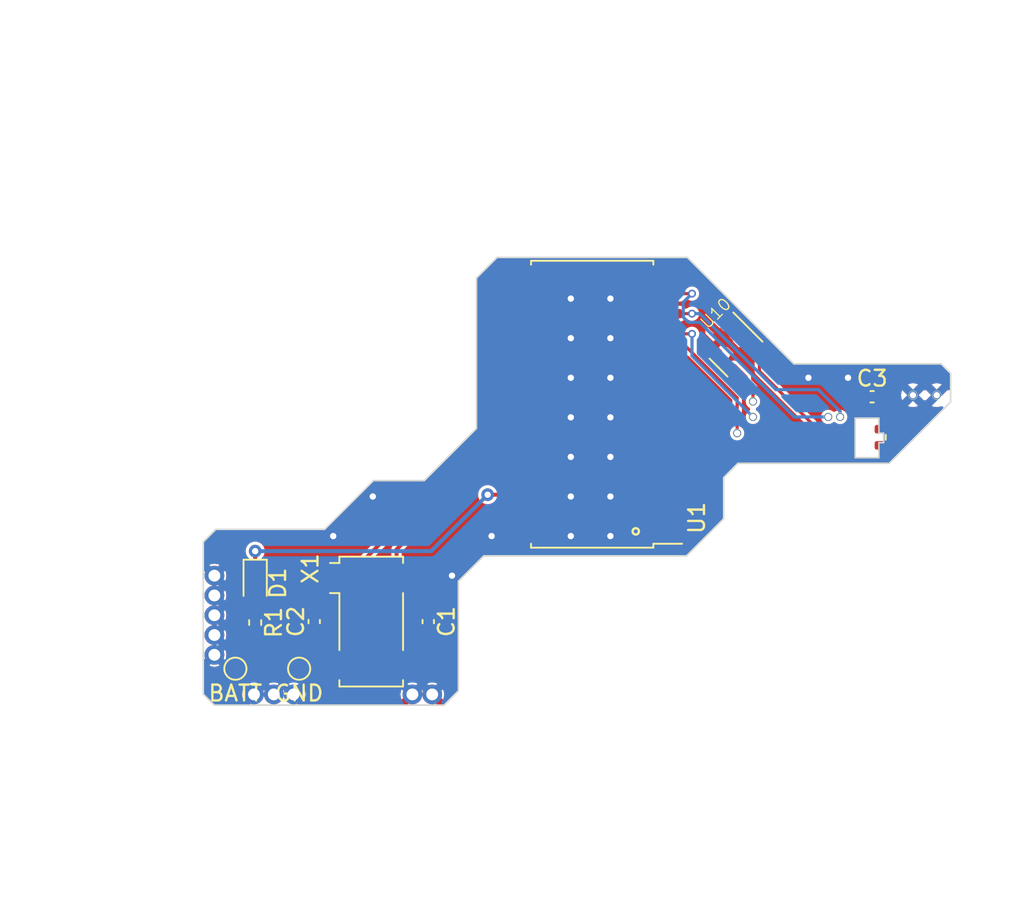
<source format=kicad_pcb>
(kicad_pcb (version 20240108) (generator "pcbnew") (generator_version "8.0")
  (layers (0 "F.Cu" signal) (31 "B.Cu" signal) (34 "B.Paste" user) (35 "F.Paste" user) (36 "B.SilkS" user "B.Silkscreen") (37 "F.SilkS" user "F.Silkscreen") (38 "B.Mask" user) (39 "F.Mask" user) (44 "Edge.Cuts" user))
  (net 0 "")
  (net 1 "GND")
  (net 2 "Net-(U1-X_1)")
  (net 3 "Net-(U1-X_2)")
  (net 4 "Net-(D1-K)")
  (net 5 "Net-(D1-A)")
  (net 6 "Net-(R1-Pad2)")
  (net 7 "/DATA0")
  (net 8 "/DATA1")
  (net 9 "/DATA2")
  (net 10 "/DATA3")
  (net 11 "+3.3V")
  (net 13 "Net-(U10-RST)")
  (footprint "Wii:TestPoint_THTPad_D0.5mm_Drill0.35mm" (layer "F.Cu") (at 95 102.5)
    (property "Reference" "REF**" (hide yes))
    (property "Value" "TestPoint_THTPad_D0.5mm_Drill0.35mm" (hide yes))
    (fp_circle (center 0 0) (end 0.275 0) (stroke (width 0.025)) (fill none) (layer "F.SilkS"))
    (pad "1" thru_hole circle (at 0 0) (size 0.5 0.5) (drill 0.4) (layers "*.Cu" "*.Mask") (net 1 "GND"))
  )
  (footprint "TestPoint:TestPoint_Pad_D1.0mm" (layer "F.Cu") (at 95.35 100.875)
    (property "Reference" "TP2")
    (property "Value" "GND" (at 0 1.55 0) (layer "F.SilkS"))
    (fp_circle (center 0 0) (end 0 0.7) (stroke (width 0.12)) (fill none) (layer "F.SilkS"))
    (pad "1" smd circle (at 0 0) (size 1 1) (layers "F.Cu" "F.Mask") (net 1 "GND"))
  )
  (footprint "Package_SO:SOIC-28W_7.5x17.9mm_P1.27mm" (layer "F.Cu") (at 113.85 84.17 180)
    (property "Reference" "U1" (at -6.6 -7.18 -90) (layer "F.SilkS"))
    (property "Value" "Wii-MX")
    (fp_line (start 3.86 9.06) (end 3.86 8.815) (stroke (width 0.12)) (layer "F.SilkS"))
    (fp_line (start 3.86 -9.06) (end 3.86 -8.815) (stroke (width 0.12)) (layer "F.SilkS"))
    (fp_line (start 0 9.06) (end 3.86 9.06) (stroke (width 0.12)) (layer "F.SilkS"))
    (fp_line (start 0 9.06) (end -3.86 9.06) (stroke (width 0.12)) (layer "F.SilkS"))
    (fp_line (start 0 -9.06) (end 3.86 -9.06) (stroke (width 0.12)) (layer "F.SilkS"))
    (fp_line (start 0 -9.06) (end -3.86 -9.06) (stroke (width 0.12)) (layer "F.SilkS"))
    (fp_line (start -3.86 9.06) (end -3.86 8.815) (stroke (width 0.12)) (layer "F.SilkS"))
    (fp_line (start -3.86 -8.815) (end -5.675 -8.815) (stroke (width 0.12)) (layer "F.SilkS"))
    (fp_line (start -3.86 -9.06) (end -3.86 -8.815) (stroke (width 0.12)) (layer "F.SilkS"))
    (pad "1" smd roundrect (at -4.65 -8.255 180) (size 2.05 0.6) (layers "F.Cu" "F.Paste" "F.Mask"))
    (pad "2" smd roundrect (at -4.65 -6.985 180) (size 2.05 0.6) (layers "F.Cu" "F.Paste" "F.Mask"))
    (pad "3" smd roundrect (at -4.65 -5.715 180) (size 2.05 0.6) (layers "F.Cu" "F.Paste" "F.Mask"))
    (pad "4" smd roundrect (at -4.65 -4.445 180) (size 2.05 0.6) (layers "F.Cu" "F.Paste" "F.Mask") (net 1 "GND"))
    (pad "5" smd roundrect (at -4.65 -3.175 180) (size 2.05 0.6) (layers "F.Cu" "F.Paste" "F.Mask"))
    (pad "6" smd roundrect (at -4.65 -1.905 180) (size 2.05 0.6) (layers "F.Cu" "F.Paste" "F.Mask"))
    (pad "7" smd roundrect (at -4.65 -0.635 180) (size 2.05 0.6) (layers "F.Cu" "F.Paste" "F.Mask"))
    (pad "8" smd roundrect (at -4.65 0.635 180) (size 2.05 0.6) (layers "F.Cu" "F.Paste" "F.Mask"))
    (pad "9" smd roundrect (at -4.65 1.905 180) (size 2.05 0.6) (layers "F.Cu" "F.Paste" "F.Mask"))
    (pad "10" smd roundrect (at -4.65 3.175 180) (size 2.05 0.6) (layers "F.Cu" "F.Paste" "F.Mask"))
    (pad "11" smd roundrect (at -4.65 4.445 180) (size 2.05 0.6) (layers "F.Cu" "F.Paste" "F.Mask") (net 7 "/DATA0"))
    (pad "12" smd roundrect (at -4.65 5.715 180) (size 2.05 0.6) (layers "F.Cu" "F.Paste" "F.Mask") (net 8 "/DATA1"))
    (pad "13" smd roundrect (at -4.65 6.985 180) (size 2.05 0.6) (layers "F.Cu" "F.Paste" "F.Mask") (net 9 "/DATA2"))
    (pad "14" smd roundrect (at -4.65 8.255 180) (size 2.05 0.6) (layers "F.Cu" "F.Paste" "F.Mask") (net 10 "/DATA3"))
    (pad "15" smd roundrect (at 4.65 8.255 180) (size 2.05 0.6) (layers "F.Cu" "F.Paste" "F.Mask"))
    (pad "16" smd roundrect (at 4.65 6.985 180) (size 2.05 0.6) (layers "F.Cu" "F.Paste" "F.Mask") (net 1 "GND"))
    (pad "17" smd roundrect (at 4.65 5.715 180) (size 2.05 0.6) (layers "F.Cu" "F.Paste" "F.Mask") (net 11 "+3.3V"))
    (pad "18" smd roundrect (at 4.65 4.445 180) (size 2.05 0.6) (layers "F.Cu" "F.Paste" "F.Mask"))
    (pad "19" smd roundrect (at 4.65 3.175 180) (size 2.05 0.6) (layers "F.Cu" "F.Paste" "F.Mask"))
    (pad "20" smd roundrect (at 4.65 1.905 180) (size 2.05 0.6) (layers "F.Cu" "F.Paste" "F.Mask"))
    (pad "21" smd roundrect (at 4.65 0.635 180) (size 2.05 0.6) (layers "F.Cu" "F.Paste" "F.Mask"))
    (pad "22" smd roundrect (at 4.65 -0.635 180) (size 2.05 0.6) (layers "F.Cu" "F.Paste" "F.Mask") (net 3 "Net-(U1-X_2)"))
    (pad "23" smd roundrect (at 4.65 -1.905 180) (size 2.05 0.6) (layers "F.Cu" "F.Paste" "F.Mask") (net 2 "Net-(U1-X_1)"))
    (pad "24" smd roundrect (at 4.65 -3.175 180) (size 2.05 0.6) (layers "F.Cu" "F.Paste" "F.Mask") (net 11 "+3.3V"))
    (pad "25" smd roundrect (at 4.65 -4.445 180) (size 2.05 0.6) (layers "F.Cu" "F.Paste" "F.Mask") (net 11 "+3.3V"))
    (pad "26" smd roundrect (at 4.65 -5.715 180) (size 2.05 0.6) (layers "F.Cu" "F.Paste" "F.Mask") (net 4 "Net-(D1-K)"))
    (pad "27" smd roundrect (at 4.65 -6.985 180) (size 2.05 0.6) (layers "F.Cu" "F.Paste" "F.Mask") (net 11 "+3.3V"))
    (pad "28" smd roundrect (at 4.65 -8.255 180) (size 2.05 0.6) (layers "F.Cu" "F.Paste" "F.Mask"))
  )
  (footprint "Wii:TestPoint_THTPad_D0.5mm_Drill0.35mm" (layer "F.Cu") (at 124 84.975)
    (property "Reference" "TP4" (hide yes))
    (property "Value" "TestPoint" (hide yes))
    (fp_circle (center 0 0) (end 0.275 0) (stroke (width 0.025)) (fill none) (layer "F.SilkS"))
    (pad "1" thru_hole circle (at 0 0) (size 0.5 0.5) (drill 0.4) (layers "*.Cu" "*.Mask") (net 7 "/DATA0"))
  )
  (footprint "Wii:TestPoint_THTPad_D0.5mm_Drill0.35mm" (layer "F.Cu") (at 90 98.75)
    (property "Reference" "REF**" (hide yes))
    (property "Value" "TestPoint_THTPad_D0.5mm_Drill0.35mm" (hide yes))
    (fp_circle (center 0 0) (end 0.275 0) (stroke (width 0.025)) (fill none) (layer "F.SilkS"))
    (pad "1" thru_hole circle (at 0 0) (size 0.5 0.5) (drill 0.4) (layers "*.Cu" "*.Mask") (net 1 "GND"))
  )
  (footprint "Wii:TestPoint_THTPad_D0.5mm_Drill0.35mm" (layer "F.Cu") (at 134.1 83.6)
    (property "Reference" "TP3" (hide yes))
    (property "Value" "GND" (hide yes))
    (fp_circle (center 0 0) (end 0.275 0) (stroke (width 0.025)) (fill none) (layer "F.SilkS"))
    (pad "1" thru_hole circle (at 0 0) (size 0.5 0.5) (drill 0.4) (layers "*.Cu" "*.Mask") (net 1 "GND"))
  )
  (footprint "Wii:TestPoint_THTPad_D0.5mm_Drill0.35mm" (layer "F.Cu") (at 124 84)
    (property "Reference" "TP11" (hide yes))
    (property "Value" "U10" (hide yes))
    (fp_circle (center 0 0) (end 0.275 0) (stroke (width 0.025)) (fill none) (layer "F.SilkS"))
    (pad "1" thru_hole circle (at 0 0) (size 0.5 0.5) (drill 0.4) (layers "*.Cu" "*.Mask") (net 13 "Net-(U10-RST)"))
  )
  (footprint "Wii:TestPoint_THTPad_D0.5mm_Drill0.35mm" (layer "F.Cu") (at 135.6 83.6)
    (property "Reference" "TP3" (hide yes))
    (property "Value" "GND" (hide yes))
    (fp_circle (center 0 0) (end 0.275 0) (stroke (width 0.025)) (fill none) (layer "F.SilkS"))
    (pad "1" thru_hole circle (at 0 0) (size 0.5 0.5) (drill 0.4) (layers "*.Cu" "*.Mask") (net 1 "GND"))
  )
  (footprint "Wii:TestPoint_THTPad_D0.5mm_Drill0.35mm" (layer "F.Cu") (at 90 97.5)
    (property "Reference" "REF**" (hide yes))
    (property "Value" "TestPoint_THTPad_D0.5mm_Drill0.35mm" (hide yes))
    (fp_circle (center 0 0) (end 0.275 0) (stroke (width 0.025)) (fill none) (layer "F.SilkS"))
    (pad "1" thru_hole circle (at 0 0) (size 0.5 0.5) (drill 0.4) (layers "*.Cu" "*.Mask") (net 1 "GND"))
  )
  (footprint "Wii:TestPoint_THTPad_D0.5mm_Drill0.35mm" (layer "F.Cu") (at 90 96.25)
    (property "Reference" "REF**" (hide yes))
    (property "Value" "TestPoint_THTPad_D0.5mm_Drill0.35mm" (hide yes))
    (fp_circle (center 0 0) (end 0.275 0) (stroke (width 0.025)) (fill none) (layer "F.SilkS"))
    (pad "1" thru_hole circle (at 0 0) (size 0.5 0.5) (drill 0.4) (layers "*.Cu" "*.Mask") (net 1 "GND"))
  )
  (footprint "Diode_SMD:D_0603_1608Metric" (layer "F.Cu") (at 92.575 95.475 -90)
    (property "Reference" "D1" (at 0 -1.43 90) (layer "F.SilkS"))
    (property "Value" "D_Small")
    (fp_line (start -1.485 0.735) (end 0.8 0.735) (stroke (width 0.12)) (layer "F.SilkS"))
    (fp_line (start -1.485 -0.735) (end -1.485 0.735) (stroke (width 0.12)) (layer "F.SilkS"))
    (fp_line (start 0.8 -0.735) (end -1.485 -0.735) (stroke (width 0.12)) (layer "F.SilkS"))
    (pad "1" smd roundrect (at -0.7875 0 270) (size 0.875 0.95) (layers "F.Cu" "F.Paste" "F.Mask") (net 4 "Net-(D1-K)"))
    (pad "2" smd roundrect (at 0.7875 0 270) (size 0.875 0.95) (layers "F.Cu" "F.Paste" "F.Mask") (net 5 "Net-(D1-A)"))
  )
  (footprint "Package_TO_SOT_SMD:SOT-23-5" (layer "F.Cu") (at 122.929334 80.754334 -45)
    (property "Reference" "U10" (at -2.551714 -0.742462 -135) (layer "F.SilkS") (effects (font (size 0.75 0.75) (thickness 0.08))))
    (property "Value" "~")
    (fp_line (start 0 1.560001) (end -0.8 1.56) (stroke (width 0.12)) (layer "F.SilkS"))
    (fp_line (start 0 1.560001) (end 0.8 1.56) (stroke (width 0.12)) (layer "F.SilkS"))
    (fp_line (start 0 -1.560001) (end -1.8 -1.56) (stroke (width 0.12)) (layer "F.SilkS"))
    (fp_line (start 0 -1.560001) (end 0.8 -1.56) (stroke (width 0.12)) (layer "F.SilkS"))
    (pad "1" smd roundrect (at -1.1375 -0.949999 315) (size 1.325 0.6) (layers "F.Cu" "F.Paste" "F.Mask") (net 1 "GND"))
    (pad "2" smd roundrect (at -1.1375 0 315) (size 1.325 0.6) (layers "F.Cu" "F.Paste" "F.Mask") (net 1 "GND"))
    (pad "3" smd roundrect (at -1.1375 0.949999 315) (size 1.325 0.6) (layers "F.Cu" "F.Paste" "F.Mask") (net 1 "GND"))
    (pad "4" smd roundrect (at 1.1375 0.949999 315) (size 1.325 0.6) (layers "F.Cu" "F.Paste" "F.Mask") (net 13 "Net-(U10-RST)"))
    (pad "5" smd roundrect (at 1.1375 -0.949999 315) (size 1.325 0.6) (layers "F.Cu" "F.Paste" "F.Mask") (net 11 "+3.3V"))
  )
  (footprint "Wii:TestPoint_THTPad_D0.5mm_Drill0.35mm" (layer "F.Cu") (at 92.5 102.5)
    (property "Reference" "REF**" (hide yes))
    (property "Value" "TestPoint_THTPad_D0.5mm_Drill0.35mm" (hide yes))
    (fp_circle (center 0 0) (end 0.275 0) (stroke (width 0.025)) (fill none) (layer "F.SilkS"))
    (pad "1" thru_hole circle (at 0 0) (size 0.5 0.5) (drill 0.4) (layers "*.Cu" "*.Mask") (net 1 "GND"))
  )
  (footprint "Capacitor_SMD:C_0402_1005Metric" (layer "F.Cu") (at 96.3 97.9 90)
    (property "Reference" "C2" (at 0 -1.16 -90) (layer "F.SilkS"))
    (property "Value" "5pF")
    (fp_line (start -0.107836 -0.36) (end 0.107836 -0.36) (stroke (width 0.12)) (layer "F.SilkS"))
    (fp_line (start -0.107836 0.36) (end 0.107836 0.36) (stroke (width 0.12)) (layer "F.SilkS"))
    (pad "1" smd roundrect (at -0.48 0 90) (size 0.56 0.62) (layers "F.Cu" "F.Paste" "F.Mask") (net 1 "GND"))
    (pad "2" smd roundrect (at 0.48 0 90) (size 0.56 0.62) (layers "F.Cu" "F.Paste" "F.Mask") (net 3 "Net-(U1-X_2)"))
  )
  (footprint "Wii:TestPoint_THTPad_D0.5mm_Drill0.35mm" (layer "F.Cu") (at 93.75 102.5)
    (property "Reference" "REF**" (hide yes))
    (property "Value" "TestPoint_THTPad_D0.5mm_Drill0.35mm" (hide yes))
    (fp_circle (center 0 0) (end 0.275 0) (stroke (width 0.025)) (fill none) (layer "F.SilkS"))
    (pad "1" thru_hole circle (at 0 0) (size 0.5 0.5) (drill 0.4) (layers "*.Cu" "*.Mask") (net 1 "GND"))
  )
  (footprint "Resistor_SMD:R_0402_1005Metric" (layer "F.Cu") (at 92.575 97.96 -90)
    (property "Reference" "R1" (at 0 -1.17 90) (layer "F.SilkS"))
    (property "Value" "1k")
    (fp_line (start -0.153641 0.38) (end 0.153641 0.38) (stroke (width 0.12)) (layer "F.SilkS"))
    (fp_line (start -0.153641 -0.38) (end 0.153641 -0.38) (stroke (width 0.12)) (layer "F.SilkS"))
    (pad "1" smd roundrect (at -0.51 0 270) (size 0.54 0.64) (layers "F.Cu" "F.Paste" "F.Mask") (net 5 "Net-(D1-A)"))
    (pad "2" smd roundrect (at 0.51 0 270) (size 0.54 0.64) (layers "F.Cu" "F.Paste" "F.Mask") (net 6 "Net-(R1-Pad2)"))
  )
  (footprint "Wii:TestPoint_THTPad_D0.5mm_Drill0.35mm" (layer "F.Cu") (at 103.75 102.5)
    (property "Reference" "REF**" (hide yes))
    (property "Value" "TestPoint_THTPad_D0.5mm_Drill0.35mm" (hide yes))
    (fp_circle (center 0 0) (end 0.275 0) (stroke (width 0.025)) (fill none) (layer "F.SilkS"))
    (pad "1" thru_hole circle (at 0 0) (size 0.5 0.5) (drill 0.4) (layers "*.Cu" "*.Mask") (net 1 "GND"))
  )
  (footprint "TestPoint:TestPoint_Pad_D1.0mm" (layer "F.Cu") (at 91.325 100.875)
    (property "Reference" "TP8")
    (property "Value" "BATT" (at 0 1.55 0) (layer "F.SilkS"))
    (fp_circle (center 0 0) (end 0 0.7) (stroke (width 0.12)) (fill none) (layer "F.SilkS"))
    (pad "1" smd circle (at 0 0) (size 1 1) (layers "F.Cu" "F.Mask") (net 6 "Net-(R1-Pad2)"))
  )
  (footprint "Wii:TestPoint_THTPad_D0.5mm_Drill0.35mm" (layer "F.Cu") (at 128.75 84.975)
    (property "Reference" "TP6" (hide yes))
    (property "Value" "TestPoint" (hide yes))
    (fp_circle (center 0 0) (end 0.275 0) (stroke (width 0.025)) (fill none) (layer "F.SilkS"))
    (pad "1" thru_hole circle (at 0 0) (size 0.5 0.5) (drill 0.4) (layers "*.Cu" "*.Mask") (net 9 "/DATA2"))
  )
  (footprint "Wii:TestPoint_THTPad_D0.5mm_Drill0.35mm" (layer "F.Cu") (at 90 100)
    (property "Reference" "REF**" (hide yes))
    (property "Value" "TestPoint_THTPad_D0.5mm_Drill0.35mm" (hide yes))
    (fp_circle (center 0 0) (end 0.275 0) (stroke (width 0.025)) (fill none) (layer "F.SilkS"))
    (pad "1" thru_hole circle (at 0 0) (size 0.5 0.5) (drill 0.4) (layers "*.Cu" "*.Mask") (net 1 "GND"))
  )
  (footprint "Resistor_SMD:R_0402_1005Metric" (layer "F.Cu") (at 132 86.26 90)
    (property "Reference" "TP10" (hide yes))
    (property "Value" "TestPoint_2Pole" (hide yes))
    (fp_line (start -0.153641 0.38) (end 0.153641 0.38) (stroke (width 0.12)) (layer "F.SilkS"))
    (pad "1" smd roundrect (at -0.51 0 90) (size 0.54 0.64) (layers "F.Cu" "F.Paste" "F.Mask") (net 11 "+3.3V"))
    (pad "2" smd roundrect (at 0.51 0 90) (size 0.54 0.64) (layers "F.Cu" "F.Paste" "F.Mask") (net 11 "+3.3V"))
  )
  (footprint "Wii:TestPoint_THTPad_D0.5mm_Drill0.35mm" (layer "F.Cu") (at 123 86)
    (property "Reference" "TP7" (hide yes))
    (property "Value" "TestPoint" (hide yes))
    (fp_circle (center 0 0) (end 0.275 0) (stroke (width 0.025)) (fill none) (layer "F.SilkS"))
    (pad "1" thru_hole circle (at 0 0) (size 0.5 0.5) (drill 0.4) (layers "*.Cu" "*.Mask") (net 10 "/DATA3"))
  )
  (footprint "Capacitor_SMD:C_0402_1005Metric" (layer "F.Cu") (at 131.52 83.7)
    (property "Reference" "C3" (at 0 -1.16 0) (layer "F.SilkS"))
    (property "Value" "100nF")
    (fp_line (start -0.107836 -0.36) (end 0.107836 -0.36) (stroke (width 0.12)) (layer "F.SilkS"))
    (fp_line (start -0.107836 0.36) (end 0.107836 0.36) (stroke (width 0.12)) (layer "F.SilkS"))
    (pad "1" smd roundrect (at -0.48 0) (size 0.56 0.62) (layers "F.Cu" "F.Paste" "F.Mask") (net 1 "GND"))
    (pad "2" smd roundrect (at 0.48 0) (size 0.56 0.62) (layers "F.Cu" "F.Paste" "F.Mask") (net 11 "+3.3V"))
  )
  (footprint "Wii:TestPoint_THTPad_D0.5mm_Drill0.35mm" (layer "F.Cu") (at 129.5 84.975)
    (property "Reference" "TP5" (hide yes))
    (property "Value" "TestPoint" (hide yes))
    (fp_circle (center 0 0) (end 0.275 0) (stroke (width 0.025)) (fill none) (layer "F.SilkS"))
    (pad "1" thru_hole circle (at 0 0) (size 0.5 0.5) (drill 0.4) (layers "*.Cu" "*.Mask") (net 8 "/DATA1"))
  )
  (footprint "Capacitor_SMD:C_0402_1005Metric" (layer "F.Cu") (at 103.5 97.9 90)
    (property "Reference" "C1" (at 0 1.15 -90) (layer "F.SilkS"))
    (property "Value" "5pF")
    (fp_line (start -0.107836 -0.36) (end 0.107836 -0.36) (stroke (width 0.12)) (layer "F.SilkS"))
    (fp_line (start -0.107836 0.36) (end 0.107836 0.36) (stroke (width 0.12)) (layer "F.SilkS"))
    (pad "1" smd roundrect (at -0.48 0 90) (size 0.56 0.62) (layers "F.Cu" "F.Paste" "F.Mask") (net 1 "GND"))
    (pad "2" smd roundrect (at 0.48 0 90) (size 0.56 0.62) (layers "F.Cu" "F.Paste" "F.Mask") (net 2 "Net-(U1-X_1)"))
  )
  (footprint "Crystal:Crystal_SMD_Abracon_ABS25-4Pin_8.0x3.8mm" (layer "F.Cu") (at 99.9 97.9)
    (property "Reference" "X1" (at -3.85 -3.35 90) (layer "F.SilkS"))
    (property "Value" "32.768kHz")
    (fp_line (start -2.6 -3.7) (end -2.01 -3.7) (stroke (width 0.12)) (layer "F.SilkS"))
    (fp_line (start -2.01 -4.1) (end -2.01 -3.7) (stroke (width 0.12)) (layer "F.SilkS"))
    (fp_line (start -2.01 -1.8) (end -2.6 -1.8) (stroke (width 0.12)) (layer "F.SilkS"))
    (fp_line (start -2.01 -1.8) (end -2.01 1.8) (stroke (width 0.12)) (layer "F.SilkS"))
    (fp_line (start -2.01 4.1) (end -2.01 3.7) (stroke (width 0.12)) (layer "F.SilkS"))
    (fp_line (start 2.01 -4.1) (end -2.01 -4.1) (stroke (width 0.12)) (layer "F.SilkS"))
    (fp_line (start 2.01 -4.1) (end 2.01 -3.7) (stroke (width 0.12)) (layer "F.SilkS"))
    (fp_line (start 2.01 -1.8) (end 2.01 1.8) (stroke (width 0.12)) (layer "F.SilkS"))
    (fp_line (start 2.01 4.1) (end -2.01 4.1) (stroke (width 0.12)) (layer "F.SilkS"))
    (fp_line (start 2.01 4.1) (end 2.01 3.7) (stroke (width 0.12)) (layer "F.SilkS"))
    (pad "1" smd rect (at -1.6 -2.75 270) (size 1.3 1.9) (layers "F.Cu" "F.Paste" "F.Mask") (net 3 "Net-(U1-X_2)"))
    (pad "2" smd rect (at -1.6 2.75 270) (size 1.3 1.9) (layers "F.Cu" "F.Paste" "F.Mask") (net 1 "GND"))
    (pad "3" smd rect (at 1.6 2.75 270) (size 1.3 1.9) (layers "F.Cu" "F.Paste" "F.Mask") (net 1 "GND"))
    (pad "4" smd rect (at 1.6 -2.75 270) (size 1.3 1.9) (layers "F.Cu" "F.Paste" "F.Mask") (net 2 "Net-(U1-X_1)"))
  )
  (footprint "Wii:TestPoint_THTPad_D0.5mm_Drill0.35mm" (layer "F.Cu") (at 102.5 102.5)
    (property "Reference" "REF**" (hide yes))
    (property "Value" "TestPoint_THTPad_D0.5mm_Drill0.35mm" (hide yes))
    (fp_circle (center 0 0) (end 0.275 0) (stroke (width 0.025)) (fill none) (layer "F.SilkS"))
    (pad "1" thru_hole circle (at 0 0) (size 0.5 0.5) (drill 0.4) (layers "*.Cu" "*.Mask") (net 1 "GND"))
  )
  (footprint "Wii:TestPoint_THTPad_D0.5mm_Drill0.35mm" (layer "F.Cu") (at 90 95)
    (property "Reference" "REF**" (hide yes))
    (property "Value" "TestPoint_THTPad_D0.5mm_Drill0.35mm" (hide yes))
    (fp_circle (center 0 0) (end 0.275 0) (stroke (width 0.025)) (fill none) (layer "F.SilkS"))
    (pad "1" thru_hole circle (at 0 0) (size 0.5 0.5) (drill 0.4) (layers "*.Cu" "*.Mask") (net 1 "GND"))
  )
  (gr_circle (center 116.6 92.2) (end 116.8 92.2) (stroke (width 0.15)) (fill none) (layer "F.SilkS"))
  (gr_line (start 122.15 88.8) (end 122.15 91.4) (stroke (width 0.1)) (layer "Edge.Cuts"))
  (gr_line (start 132.25 86) (end 131.95 86) (stroke (width 0.1)) (layer "Edge.Cuts"))
  (gr_line (start 119.85 74.9) (end 107.85 74.9) (stroke (width 0.1)) (layer "Edge.Cuts"))
  (gr_line (start 106.55 85.7) (end 103.25 89) (stroke (width 0.1)) (layer "Edge.Cuts"))
  (gr_line (start 131.95 87.55) (end 130.45 87.55) (stroke (width 0.1)) (layer "Edge.Cuts"))
  (gr_line (start 122.15 88.8) (end 123.05 87.9) (stroke (width 0.1)) (layer "Edge.Cuts"))
  (gr_line (start 89.3 102.475) (end 89.3 92.875) (stroke (width 0.1)) (layer "Edge.Cuts"))
  (gr_line (start 130.45 85.05) (end 131.95 85.05) (stroke (width 0.1)) (layer "Edge.Cuts"))
  (gr_line (start 105.4 102.275) (end 104.5 103.175) (stroke (width 0.1)) (layer "Edge.Cuts"))
  (gr_line (start 132.6 87.9) (end 123.05 87.9) (stroke (width 0.1)) (layer "Edge.Cuts"))
  (gr_line (start 131.95 87.1) (end 131.95 87.55) (stroke (width 0.1)) (layer "Edge.Cuts"))
  (gr_line (start 136.475081 82.224919) (end 135.875081 81.624919) (stroke (width 0.1)) (layer "Edge.Cuts"))
  (gr_line (start 90 103.175) (end 89.3 102.475) (stroke (width 0.1)) (layer "Edge.Cuts"))
  (gr_line (start 107.85 74.9) (end 106.55 76.2) (stroke (width 0.1)) (layer "Edge.Cuts"))
  (gr_line (start 136.475081 84.024919) (end 136.475081 82.224919) (stroke (width 0.1)) (layer "Edge.Cuts"))
  (gr_line (start 119.8 93.75) (end 122.15 91.4) (stroke (width 0.1)) (layer "Edge.Cuts"))
  (gr_line (start 105.4 95.35) (end 107 93.75) (stroke (width 0.1)) (layer "Edge.Cuts"))
  (gr_line (start 132.25 86.6) (end 132.25 86) (stroke (width 0.1)) (layer "Edge.Cuts"))
  (gr_line (start 96.9625 92.075) (end 90.1 92.075) (stroke (width 0.1)) (layer "Edge.Cuts"))
  (gr_line (start 131.95 86.6) (end 132.25 86.6) (stroke (width 0.1)) (layer "Edge.Cuts"))
  (gr_line (start 89.3 92.875) (end 90.1 92.075) (stroke (width 0.1)) (layer "Edge.Cuts"))
  (gr_line (start 132.6 87.9) (end 136.475081 84.024919) (stroke (width 0.1)) (layer "Edge.Cuts"))
  (gr_line (start 130.45 87.55) (end 130.45 85.05) (stroke (width 0.1)) (layer "Edge.Cuts"))
  (gr_line (start 103.25 89) (end 100.0375 89) (stroke (width 0.1)) (layer "Edge.Cuts"))
  (gr_line (start 100.0375 89) (end 96.9625 92.075) (stroke (width 0.1)) (layer "Edge.Cuts"))
  (gr_line (start 119.85 74.9) (end 126.575 81.625) (stroke (width 0.1)) (layer "Edge.Cuts"))
  (gr_line (start 135.875081 81.624919) (end 126.575 81.625) (stroke (width 0.1)) (layer "Edge.Cuts"))
  (gr_line (start 131.95 85.05) (end 131.95 85.5) (stroke (width 0.1)) (layer "Edge.Cuts"))
  (gr_line (start 131.95 86) (end 131.95 85.5) (stroke (width 0.1)) (layer "Edge.Cuts"))
  (gr_line (start 104.5 103.175) (end 90 103.175) (stroke (width 0.1)) (layer "Edge.Cuts"))
  (gr_line (start 131.95 87.1) (end 131.95 86.6) (stroke (width 0.1)) (layer "Edge.Cuts"))
  (gr_line (start 105.4 95.35) (end 105.4 102.275) (stroke (width 0.1)) (layer "Edge.Cuts"))
  (gr_line (start 119.8 93.75) (end 107 93.75) (stroke (width 0.1)) (layer "Edge.Cuts"))
  (gr_line (start 106.55 76.2) (end 106.55 85.7) (stroke (width 0.1)) (layer "Edge.Cuts"))
  (segment (start 123.925 79.25) (end 122.796751 78.121751) (width 0.3) (layer "F.Cu") (net 1))
  (segment (start 122.796751 79.278249) (end 123.878249 79.278249) (width 0.3) (layer "F.Cu") (net 1))
  (segment (start 123.878249 79.278249) (end 124.1 79.5) (width 0.2) (layer "F.Cu") (net 1))
  (segment (start 121.453249 80.378249) (end 120.85 79.775) (width 0.3) (layer "F.Cu") (net 1))
  (segment (start 121.453249 80.621751) (end 121.453249 80.378249) (width 0.2) (layer "F.Cu") (net 1))
  (segment (start 120.85 79.775) (end 120.85 79.375) (width 0.3) (layer "F.Cu") (net 1))
  (via (at 115 87.5) (size 0.8) (drill 0.4) (layers "F.Cu" "B.Cu") (net 1))
  (via (at 103.75 102.5) (size 1.25) (drill 0.75) (layers "F.Cu" "B.Cu") (net 1))
  (via (at 112.5 87.5) (size 0.8) (drill 0.4) (layers "F.Cu" "B.Cu") (net 1))
  (via (at 105 95) (size 0.8) (drill 0.4) (layers "F.Cu" "B.Cu") (net 1))
  (via (at 97.5 92.5) (size 0.8) (drill 0.4) (layers "F.Cu" "B.Cu") (net 1))
  (via (at 112.5 82.5) (size 0.8) (drill 0.4) (layers "F.Cu" "B.Cu") (net 1))
  (via (at 130 82.5) (size 0.8) (drill 0.4) (layers "F.Cu" "B.Cu") (net 1))
  (via (at 112.5 92.5) (size 0.8) (drill 0.4) (layers "F.Cu" "B.Cu") (net 1))
  (via (at 93.75 102.5) (size 1.25) (drill 0.75) (layers "F.Cu" "B.Cu") (net 1))
  (via (at 115 82.5) (size 0.8) (drill 0.4) (layers "F.Cu" "B.Cu") (net 1))
  (via (at 102.5 102.5) (size 1.25) (drill 0.75) (layers "F.Cu" "B.Cu") (net 1))
  (via (at 107.5 92.5) (size 0.8) (drill 0.4) (layers "F.Cu" "B.Cu") (net 1))
  (via (at 114.999203 92.499203) (size 0.8) (drill 0.4) (layers "F.Cu" "B.Cu") (net 1))
  (via (at 92.5 102.5) (size 1.25) (drill 0.75) (layers "F.Cu" "B.Cu") (net 1))
  (via (at 90 98.75) (size 1.25) (drill 0.75) (layers "F.Cu" "B.Cu") (net 1))
  (via (at 112.5 90) (size 0.8) (drill 0.4) (layers "F.Cu" "B.Cu") (net 1))
  (via (at 90 97.5) (size 1.25) (drill 0.75) (layers "F.Cu" "B.Cu") (net 1))
  (via (at 95 102.5) (size 1.25) (drill 0.75) (layers "F.Cu" "B.Cu") (net 1))
  (via (at 112.5 77.5) (size 0.8) (drill 0.4) (layers "F.Cu" "B.Cu") (net 1))
  (via (at 90 96.25) (size 1.25) (drill 0.75) (layers "F.Cu" "B.Cu") (net 1))
  (via (at 115 77.5) (size 0.8) (drill 0.4) (layers "F.Cu" "B.Cu") (net 1))
  (via (at 90 100) (size 1.25) (drill 0.75) (layers "F.Cu" "B.Cu") (net 1))
  (via (at 112.5 80) (size 0.8) (drill 0.4) (layers "F.Cu" "B.Cu") (net 1))
  (via (at 90 95) (size 1.25) (drill 0.75) (layers "F.Cu" "B.Cu") (net 1))
  (via (at 115 80) (size 0.8) (drill 0.4) (layers "F.Cu" "B.Cu") (net 1))
  (via (at 115 85) (size 0.8) (drill 0.4) (layers "F.Cu" "B.Cu") (net 1))
  (via (at 115 90) (size 0.8) (drill 0.4) (layers "F.Cu" "B.Cu") (net 1))
  (via (at 112.5 85) (size 0.8) (drill 0.4) (layers "F.Cu" "B.Cu") (net 1))
  (via (at 127.5 82.5) (size 0.8) (drill 0.4) (layers "F.Cu" "B.Cu") (net 1))
  (via (at 100 90) (size 0.8) (drill 0.4) (layers "F.Cu" "B.Cu") (net 1))
  (segment (start 101.5 93.344092) (end 108.769092 86.075) (width 0.25) (layer "F.Cu") (net 2))
  (segment (start 108.769092 86.075) (end 109.2 86.075) (width 0.25) (layer "F.Cu") (net 2))
  (segment (start 103.5 97.42) (end 103.5 97.15) (width 0.25) (layer "F.Cu") (net 2))
  (segment (start 101.5 95.15) (end 101.5 93.344092) (width 0.25) (layer "F.Cu") (net 2))
  (segment (start 103.5 97.15) (end 101.5 95.15) (width 0.25) (layer "F.Cu") (net 2))
  (segment (start 108.645 84.805) (end 109.2 84.805) (width 0.25) (layer "F.Cu") (net 3))
  (segment (start 98.3 95.15) (end 108.645 84.805) (width 0.25) (layer "F.Cu") (net 3))
  (segment (start 96.3 97.42) (end 96.3 97.15) (width 0.25) (layer "F.Cu") (net 3))
  (segment (start 96.3 97.15) (end 98.3 95.15) (width 0.25) (layer "F.Cu") (net 3))
  (segment (start 107.25 89.885) (end 109.2 89.885) (width 0.25) (layer "F.Cu") (net 4))
  (segment (start 92.575 93.45) (end 92.575 94.6875) (width 0.25) (layer "F.Cu") (net 4))
  (via (at 107.25 89.885) (size 0.8) (drill 0.4) (layers "F.Cu" "B.Cu") (net 4))
  (via (at 92.575 93.45) (size 0.8) (drill 0.4) (layers "F.Cu" "B.Cu") (net 4))
  (segment (start 107.25 89.885) (end 103.685 93.45) (width 0.25) (layer "B.Cu") (net 4))
  (segment (start 103.685 93.45) (end 92.575 93.45) (width 0.25) (layer "B.Cu") (net 4))
  (segment (start 92.575 96.2625) (end 92.575 97.45) (width 0.25) (layer "F.Cu") (net 5))
  (segment (start 92.575 98.47) (end 92.575 99.625) (width 0.25) (layer "F.Cu") (net 6))
  (segment (start 92.575 99.625) (end 91.325 100.875) (width 0.25) (layer "F.Cu") (net 6))
  (segment (start 120.15 79.725) (end 118.5 79.725) (width 0.2) (layer "F.Cu") (net 7))
  (segment (start 124 84.975) (end 124 84.829448) (width 0.2) (layer "F.Cu") (net 7))
  (via (at 120.15 79.725) (size 0.5) (drill 0.3) (layers "F.Cu" "B.Cu") (net 7))
  (segment (start 120.15 81.125) (end 120.15 79.725) (width 0.2) (layer "B.Cu") (net 7))
  (segment (start 124 84.975) (end 120.15 81.125) (width 0.2) (layer "B.Cu") (net 7))
  (segment (start 118.505 78.45) (end 118.5 78.455) (width 0.2) (layer "F.Cu") (net 8))
  (segment (start 120.15 78.45) (end 118.505 78.45) (width 0.2) (layer "F.Cu") (net 8))
  (segment (start 129.5 84.975) (end 129.5 84.911827) (width 0.25) (layer "F.Cu") (net 8))
  (via (at 120.15 78.45) (size 0.5) (drill 0.3) (layers "F.Cu" "B.Cu") (net 8))
  (segment (start 128.128553 83.25) (end 125.45 83.25) (width 0.2) (layer "B.Cu") (net 8))
  (segment (start 129.5 84.621447) (end 128.128553 83.25) (width 0.2) (layer "B.Cu") (net 8))
  (segment (start 129.5 84.975) (end 129.5 84.621447) (width 0.2) (layer "B.Cu") (net 8))
  (segment (start 125.45 83.25) (end 120.65 78.45) (width 0.2) (layer "B.Cu") (net 8))
  (segment (start 120.65 78.45) (end 120.15 78.45) (width 0.2) (layer "B.Cu") (net 8))
  (segment (start 120.15 77.185) (end 118.5 77.185) (width 0.2) (layer "F.Cu") (net 9))
  (via (at 120.15 77.185) (size 0.5) (drill 0.3) (layers "F.Cu" "B.Cu") (net 9))
  (segment (start 120.634314 79) (end 119.922182 79) (width 0.2) (layer "B.Cu") (net 9))
  (segment (start 128.75 84.975) (end 126.609314 84.975) (width 0.2) (layer "B.Cu") (net 9))
  (segment (start 119.6 78.677818) (end 119.6 77.735) (width 0.2) (layer "B.Cu") (net 9))
  (segment (start 119.6 77.735) (end 120.15 77.185) (width 0.2) (layer "B.Cu") (net 9))
  (segment (start 126.609314 84.975) (end 120.634314 79) (width 0.2) (layer "B.Cu") (net 9))
  (segment (start 119.922182 79) (end 119.6 78.677818) (width 0.2) (layer "B.Cu") (net 9))
  (segment (start 123 83.759448) (end 119.565552 80.325) (width 0.2) (layer "F.Cu") (net 10))
  (segment (start 118.104448 75.915) (end 118.5 75.915) (width 0.2) (layer "F.Cu") (net 10))
  (segment (start 117.175 76.844448) (end 118.104448 75.915) (width 0.2) (layer "F.Cu") (net 10))
  (segment (start 123 86) (end 123 83.759448) (width 0.2) (layer "F.Cu") (net 10))
  (segment (start 117.175 80.065552) (end 117.175 76.844448) (width 0.2) (layer "F.Cu") (net 10))
  (segment (start 117.434448 80.325) (end 117.175 80.065552) (width 0.2) (layer "F.Cu") (net 10))
  (segment (start 119.565552 80.325) (end 117.434448 80.325) (width 0.2) (layer "F.Cu") (net 10))
  (segment (start 110.55 88) (end 110.55 90.235908) (width 0.25) (layer "F.Cu") (net 11))
  (segment (start 131.084999 84.925) (end 130.363173 84.925) (width 0.25) (layer "F.Cu") (net 11))
  (segment (start 129.925 85.575) (end 128.8 86.7) (width 0.25) (layer "F.Cu") (net 11))
  (segment (start 109.2 88) (end 110.55 88) (width 0.25) (layer "F.Cu") (net 11))
  (segment (start 132.301777 86.725) (end 132.075 86.725) (width 0.25) (layer "F.Cu") (net 11))
  (segment (start 110.55 90.235908) (end 109.630908 91.155) (width 0.25) (layer "F.Cu") (net 11))
  (segment (start 124.405419 80.886917) (end 124.405419 82.080419) (width 0.2) (layer "F.Cu") (net 11))
  (segment (start 109.2 88) (end 109.2 88.615) (width 0.25) (layer "F.Cu") (net 11))
  (segment (start 132.001777 84.925) (end 132.375 85.298223) (width 0.25) (layer "F.Cu") (net 11))
  (segment (start 128.8 86.475) (end 128.8 86.7) (width 0.2) (layer "F.Cu") (net 11))
  (segment (start 132 83.7) (end 132 84.009999) (width 0.25) (layer "F.Cu") (net 11))
  (segment (start 109.2 87.345) (end 109.2 88) (width 0.25) (layer "F.Cu") (net 11))
  (segment (start 132 84.009999) (end 131.084999 84.925) (width 0.25) (layer "F.Cu") (net 11))
  (segment (start 129.925 85.363173) (end 129.925 85.575) (width 0.25) (layer "F.Cu") (net 11))
  (segment (start 111.65 86.7) (end 110.55 87.8) (width 0.25) (layer "F.Cu") (net 11))
  (segment (start 132.375 86.651777) (end 132.301777 86.725) (width 0.25) (layer "F.Cu") (net 11))
  (segment (start 109.2 78.455) (end 110.224999 78.455) (width 0.25) (layer "F.Cu") (net 11))
  (segment (start 130.363173 84.925) (end 129.925 85.363173) (width 0.25) (layer "F.Cu") (net 11))
  (segment (start 110.224999 78.455) (end 110.55 78.780001) (width 0.25) (layer "F.Cu") (net 11))
  (segment (start 132 84.925) (end 132.001777 84.925) (width 0.25) (layer "F.Cu") (net 11))
  (segment (start 110.55 78.780001) (end 110.55 87.8) (width 0.25) (layer "F.Cu") (net 11))
  (segment (start 132 83.7) (end 132 84.925) (width 0.25) (layer "F.Cu") (net 11))
  (segment (start 124.405419 82.080419) (end 128.8 86.475) (width 0.2) (layer "F.Cu") (net 11))
  (segment (start 110.55 87.8) (end 110.55 88) (width 0.25) (layer "F.Cu") (net 11))
  (segment (start 128.8 86.7) (end 111.65 86.7) (width 0.25) (layer "F.Cu") (net 11))
  (segment (start 132.375 85.298223) (end 132.375 86.651777) (width 0.25) (layer "F.Cu") (net 11))
  (segment (start 109.630908 91.155) (end 109.2 91.155) (width 0.25) (layer "F.Cu") (net 11))
  (segment (start 124 83.168502) (end 123.061917 82.230419) (width 0.2) (layer "F.Cu") (net 13))
  (segment (start 124 84) (end 124 83.168502) (width 0.2) (layer "F.Cu") (net 13))
  (zone (net 1) (net_name "GND") (layer "F.Cu") (connect_pads (clearance 0.1)) (min_thickness 0.25) (fill yes (thermal_gap 0.5) (thermal_bridge_width 0.5) (island_removal_mode 1) (island_area_min 10))
    (polygon (pts (xy 136.475 82.225) (xy 136.475 84.025) (xy 132.6 87.9) (xy 123.025 87.9) (xy 122.15 88.8) (xy 122.15 91.4) (xy 119.8 93.75) (xy 107 93.75) (xy 105.4 95.35) (xy 105.4 102.3) (xy 104.5 103.2) (xy 90 103.2) (xy 89.3 102.45) (xy 89.3 92.9) (xy 90.1 92.1) (xy 96.95 92.1) (xy 100.05 89) (xy 103.25 89) (xy 106.55 85.7) (xy 106.55 76.2) (xy 107.85 74.9) (xy 119.85 74.9) (xy 126.55 81.6) (xy 135.875 81.625)))
  )
  (zone (net 1) (net_name "GND") (layer "B.Cu") (priority 1) (connect_pads (clearance 0.1)) (min_thickness 0.25) (fill yes (thermal_gap 0.5) (thermal_bridge_width 0.5) (island_removal_mode 1) (island_area_min 10))
    (polygon (pts (xy 135.95 81.6) (xy 136.55 82.2) (xy 136.55 84) (xy 132.6 87.9) (xy 123.075 87.9) (xy 122.15 88.825) (xy 122.15 91.4) (xy 119.8 93.75) (xy 107 93.75) (xy 105.4 95.35) (xy 105.4 102.25) (xy 104.5 103.15) (xy 90 103.2) (xy 89.3 102.5) (xy 89.3 92.85) (xy 90.1 92.1) (xy 96.95 92.1) (xy 100.05 89) (xy 103.25 89) (xy 106.55 85.7) (xy 106.55 76.2) (xy 107.85 74.9) (xy 119.85 74.9) (xy 126.55 81.6)))
  )
)
</source>
